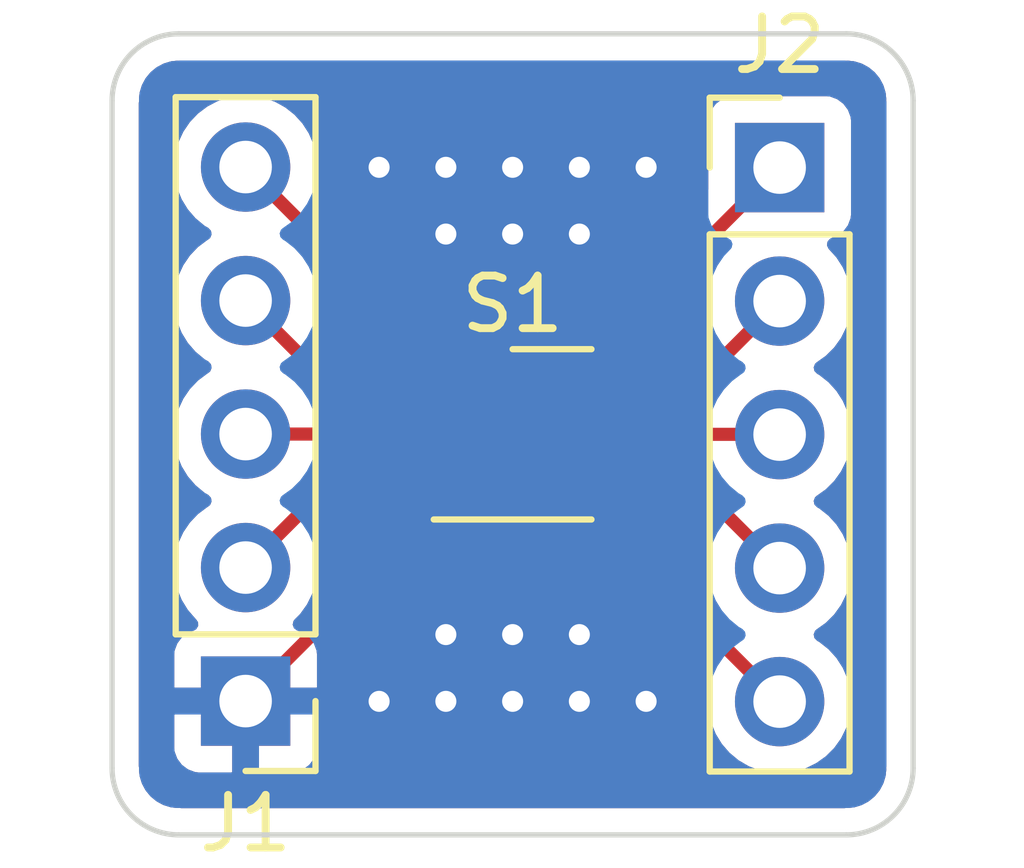
<source format=kicad_pcb>
(kicad_pcb (version 20211014) (generator pcbnew)
  (layers (0 "F.Cu" signal) (31 "B.Cu" signal) (34 "B.Paste" user) (35 "F.Paste" user) (36 "B.SilkS" user "B.Silkscreen") (37 "F.SilkS" user "F.Silkscreen") (38 "B.Mask" user) (39 "F.Mask" user) (44 "Edge.Cuts" user))
  (net 0 "")
  (net 1 "Net-(J1-Pad2)")
  (net 2 "Net-(J1-Pad3)")
  (net 3 "Net-(J1-Pad4)")
  (net 4 "Net-(J1-Pad5)")
  (net 5 "Net-(J2-Pad1)")
  (net 6 "Net-(J2-Pad2)")
  (net 7 "Net-(J2-Pad3)")
  (net 8 "Net-(J2-Pad4)")
  (net 9 "Net-(J2-Pad5)")
  (net 10 "GND")
  (footprint "Connector_PinHeader_2.54mm:PinHeader_1x05_P2.54mm_Vertical" (layer "F.Cu") (at 157.48 101.595 180)
    (fp_text reference "J1" (at 0 -2.33) (layer "F.SilkS"))
    (fp_text value "Conn_01x05")
    (fp_line (start -1.33 0) (end -1.33 -1.33) (layer "F.SilkS") (width 0.12))
    (fp_line (start -1.33 11.49) (end 1.33 11.49) (layer "F.SilkS") (width 0.12))
    (fp_line (start 1.33 1.27) (end 1.33 11.49) (layer "F.SilkS") (width 0.12))
    (fp_line (start -1.33 1.27) (end -1.33 11.49) (layer "F.SilkS") (width 0.12))
    (fp_line (start -1.33 1.27) (end 1.33 1.27) (layer "F.SilkS") (width 0.12))
    (fp_line (start -1.33 -1.33) (end 0 -1.33) (layer "F.SilkS") (width 0.12))
    (pad "1" thru_hole rect (at 0 0 180) (size 1.7 1.7) (drill 1) (layers *.Cu *.Mask) (net 10 "GND"))
    (pad "2" thru_hole oval (at 0 2.54 180) (size 1.7 1.7) (drill 1) (layers *.Cu *.Mask) (net 1 "Net-(J1-Pad2)"))
    (pad "3" thru_hole oval (at 0 5.08 180) (size 1.7 1.7) (drill 1) (layers *.Cu *.Mask) (net 2 "Net-(J1-Pad3)"))
    (pad "4" thru_hole oval (at 0 7.62 180) (size 1.7 1.7) (drill 1) (layers *.Cu *.Mask) (net 3 "Net-(J1-Pad4)"))
    (pad "5" thru_hole oval (at 0 10.16 180) (size 1.7 1.7) (drill 1) (layers *.Cu *.Mask) (net 4 "Net-(J1-Pad5)"))
  )
  (footprint "Connector_PinHeader_2.54mm:PinHeader_1x05_P2.54mm_Vertical" (layer "F.Cu") (at 167.64 91.445)
    (fp_text reference "J2" (at 0 -2.33) (layer "F.SilkS"))
    (fp_text value "Conn_01x05")
    (fp_line (start 1.33 1.27) (end 1.33 11.49) (layer "F.SilkS") (width 0.12))
    (fp_line (start -1.33 11.49) (end 1.33 11.49) (layer "F.SilkS") (width 0.12))
    (fp_line (start -1.33 1.27) (end 1.33 1.27) (layer "F.SilkS") (width 0.12))
    (fp_line (start -1.33 -1.33) (end 0 -1.33) (layer "F.SilkS") (width 0.12))
    (fp_line (start -1.33 1.27) (end -1.33 11.49) (layer "F.SilkS") (width 0.12))
    (fp_line (start -1.33 0) (end -1.33 -1.33) (layer "F.SilkS") (width 0.12))
    (pad "1" thru_hole rect (at 0 0) (size 1.7 1.7) (drill 1) (layers *.Cu *.Mask) (net 5 "Net-(J2-Pad1)"))
    (pad "2" thru_hole oval (at 0 2.54) (size 1.7 1.7) (drill 1) (layers *.Cu *.Mask) (net 6 "Net-(J2-Pad2)"))
    (pad "3" thru_hole oval (at 0 5.08) (size 1.7 1.7) (drill 1) (layers *.Cu *.Mask) (net 7 "Net-(J2-Pad3)"))
    (pad "4" thru_hole oval (at 0 7.62) (size 1.7 1.7) (drill 1) (layers *.Cu *.Mask) (net 8 "Net-(J2-Pad4)"))
    (pad "5" thru_hole oval (at 0 10.16) (size 1.7 1.7) (drill 1) (layers *.Cu *.Mask) (net 9 "Net-(J2-Pad5)"))
  )
  (footprint "Package_DFN_QFN:DFN-10-1EP_3x3mm_P0.5mm_EP1.75x2.7mm" (layer "F.Cu") (at 162.56 96.52)
    (fp_text reference "S1" (at 0 -2.475) (layer "F.SilkS"))
    (fp_text value "ISL54225")
    (fp_line (start 0 -1.62) (end 1.5 -1.62) (layer "F.SilkS") (width 0.12))
    (fp_line (start -1.5 1.62) (end 1.5 1.62) (layer "F.SilkS") (width 0.12))
    (pad "1" smd rect (at -1.45 -1) (size 0.85 0.3) (layers "F.Cu" "F.Paste" "F.Mask") (net 4 "Net-(J1-Pad5)"))
    (pad "2" smd rect (at -1.45 -0.5) (size 0.85 0.3) (layers "F.Cu" "F.Paste" "F.Mask") (net 3 "Net-(J1-Pad4)"))
    (pad "3" smd rect (at -1.45 0) (size 0.85 0.3) (layers "F.Cu" "F.Paste" "F.Mask") (net 2 "Net-(J1-Pad3)"))
    (pad "4" smd rect (at -1.45 0.5) (size 0.85 0.3) (layers "F.Cu" "F.Paste" "F.Mask") (net 1 "Net-(J1-Pad2)"))
    (pad "5" smd rect (at -1.45 1) (size 0.85 0.3) (layers "F.Cu" "F.Paste" "F.Mask") (net 10 "GND"))
    (pad "6" smd rect (at 1.45 1) (size 0.85 0.3) (layers "F.Cu" "F.Paste" "F.Mask") (net 9 "Net-(J2-Pad5)"))
    (pad "7" smd rect (at 1.45 0.5) (size 0.85 0.3) (layers "F.Cu" "F.Paste" "F.Mask") (net 8 "Net-(J2-Pad4)"))
    (pad "8" smd rect (at 1.45 0) (size 0.85 0.3) (layers "F.Cu" "F.Paste" "F.Mask") (net 7 "Net-(J2-Pad3)"))
    (pad "9" smd rect (at 1.45 -0.5) (size 0.85 0.3) (layers "F.Cu" "F.Paste" "F.Mask") (net 6 "Net-(J2-Pad2)"))
    (pad "10" smd rect (at 1.45 -1) (size 0.85 0.3) (layers "F.Cu" "F.Paste" "F.Mask") (net 5 "Net-(J2-Pad1)"))
    (pad "11" smd rect (at 0 0) (size 1.75 2.7) (layers "F.Cu" "F.Mask") (net 10 "GND"))
  )
  (gr_line (start 156.21 88.9) (end 168.91 88.9) (layer "Edge.Cuts") (width 0.1))
  (gr_line (start 170.18 90.17) (end 170.18 102.87) (layer "Edge.Cuts") (width 0.1))
  (gr_arc (start 168.91 88.9) (mid 169.808026 89.271974) (end 170.18 90.17) (layer "Edge.Cuts") (width 0.1))
  (gr_arc (start 154.94 90.17) (mid 155.311974 89.271974) (end 156.21 88.9) (layer "Edge.Cuts") (width 0.1))
  (gr_arc (start 170.18 102.87) (mid 169.808026 103.768026) (end 168.91 104.14) (layer "Edge.Cuts") (width 0.1))
  (gr_line (start 168.91 104.14) (end 156.21 104.14) (layer "Edge.Cuts") (width 0.1))
  (gr_arc (start 156.21 104.14) (mid 155.311974 103.768026) (end 154.94 102.87) (layer "Edge.Cuts") (width 0.1))
  (gr_line (start 154.94 102.87) (end 154.94 90.17) (layer "Edge.Cuts") (width 0.1))
  (segment (start 159.515 97.02) (end 161.11 97.02) (width 0.25) (layer "F.Cu") (net 1))
  (segment (start 157.48 99.055) (end 159.515 97.02) (width 0.25) (layer "F.Cu") (net 1))
  (segment (start 161.285 96.515) (end 161.29 96.52) (width 0.25) (layer "F.Cu") (net 2))
  (segment (start 157.48 96.515) (end 161.285 96.515) (width 0.25) (layer "F.Cu") (net 2))
  (segment (start 157.48 93.975) (end 159.525 96.02) (width 0.25) (layer "F.Cu") (net 3))
  (segment (start 159.525 96.02) (end 161.11 96.02) (width 0.25) (layer "F.Cu") (net 3))
  (segment (start 161.11 95.065) (end 161.11 95.52) (width 0.25) (layer "F.Cu") (net 4))
  (segment (start 157.48 91.435) (end 161.11 95.065) (width 0.25) (layer "F.Cu") (net 4))
  (segment (start 164.01 95.075) (end 167.64 91.445) (width 0.25) (layer "F.Cu") (net 5))
  (segment (start 164.01 95.52) (end 164.01 95.075) (width 0.25) (layer "F.Cu") (net 5))
  (segment (start 165.605 96.02) (end 167.64 93.985) (width 0.25) (layer "F.Cu") (net 6))
  (segment (start 164.01 96.02) (end 165.605 96.02) (width 0.25) (layer "F.Cu") (net 6))
  (segment (start 167.635 96.52) (end 167.64 96.525) (width 0.25) (layer "F.Cu") (net 7))
  (segment (start 164.01 96.52) (end 167.635 96.52) (width 0.25) (layer "F.Cu") (net 7))
  (segment (start 164.01 97.02) (end 165.595 97.02) (width 0.25) (layer "F.Cu") (net 8))
  (segment (start 165.595 97.02) (end 167.64 99.065) (width 0.25) (layer "F.Cu") (net 8))
  (segment (start 164.01 97.52) (end 164.01 97.975) (width 0.25) (layer "F.Cu") (net 9))
  (segment (start 164.01 97.975) (end 167.64 101.605) (width 0.25) (layer "F.Cu") (net 9))
  (segment (start 161.11 97.965) (end 161.11 97.52) (width 0.25) (layer "F.Cu") (net 10))
  (segment (start 157.48 101.595) (end 161.11 97.965) (width 0.25) (layer "F.Cu") (net 10))
  (via (at 163.83 91.44) (size 0.8) (drill 0.4) (layers "F.Cu" "B.Cu") (net 10))
  (via (at 160.02 91.44) (size 0.8) (drill 0.4) (layers "F.Cu" "B.Cu") (net 10))
  (via (at 163.83 100.33) (size 0.8) (drill 0.4) (layers "F.Cu" "B.Cu") (net 10))
  (via (at 160.02 101.6) (size 0.8) (drill 0.4) (layers "F.Cu" "B.Cu") (net 10))
  (via (at 161.29 91.44) (size 0.8) (drill 0.4) (layers "F.Cu" "B.Cu") (net 10))
  (via (at 161.29 100.33) (size 0.8) (drill 0.4) (layers "F.Cu" "B.Cu") (net 10))
  (via (at 163.83 92.71) (size 0.8) (drill 0.4) (layers "F.Cu" "B.Cu") (net 10))
  (via (at 165.1 91.44) (size 0.8) (drill 0.4) (layers "F.Cu" "B.Cu") (net 10))
  (via (at 162.56 101.6) (size 0.8) (drill 0.4) (layers "F.Cu" "B.Cu") (net 10))
  (via (at 161.29 101.6) (size 0.8) (drill 0.4) (layers "F.Cu" "B.Cu") (net 10))
  (via (at 162.56 100.33) (size 0.8) (drill 0.4) (layers "F.Cu" "B.Cu") (net 10))
  (via (at 162.56 91.44) (size 0.8) (drill 0.4) (layers "F.Cu" "B.Cu") (net 10))
  (via (at 163.83 101.6) (size 0.8) (drill 0.4) (layers "F.Cu" "B.Cu") (net 10))
  (via (at 161.29 92.71) (size 0.8) (drill 0.4) (layers "F.Cu" "B.Cu") (net 10))
  (via (at 165.1 101.6) (size 0.8) (drill 0.4) (layers "F.Cu" "B.Cu") (net 10))
  (via (at 162.56 92.71) (size 0.8) (drill 0.4) (layers "F.Cu" "B.Cu") (net 10))
  (zone (net 10) (net_name "GND") (layers F&B.Cu) (connect_pads (clearance 0.508)) (min_thickness 0.254) (fill yes (thermal_gap 0.508) (thermal_bridge_width 0.508))
    (polygon (pts (xy 170.18 104.14) (xy 154.94 104.14) (xy 154.94 88.9) (xy 170.18 88.9)))
  )
  (zone (net 10) (net_name "GND") (layer "B.Cu") (connect_pads (clearance 0.508)) (min_thickness 0.254) (fill yes (thermal_gap 0.508) (thermal_bridge_width 0.508))
    (polygon (pts (xy 170.18 104.14) (xy 154.94 104.14) (xy 154.94 88.9) (xy 170.18 88.9)))
  )
)
</source>
